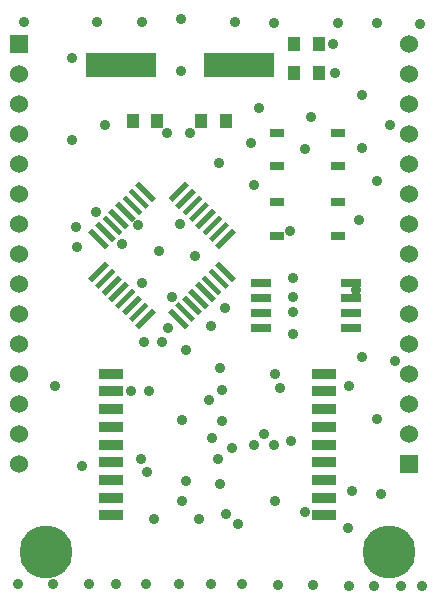
<source format=gts>
G04 (created by PCBNEW (2013-07-07 BZR 4022)-stable) date 2015/10/29 19:57:24*
%MOIN*%
G04 Gerber Fmt 3.4, Leading zero omitted, Abs format*
%FSLAX34Y34*%
G01*
G70*
G90*
G04 APERTURE LIST*
%ADD10C,0.00590551*%
%ADD11R,0.23622X0.0787402*%
%ADD12R,0.06X0.06*%
%ADD13C,0.06*%
%ADD14R,0.0708661X0.0299213*%
%ADD15R,0.0393701X0.045*%
%ADD16R,0.0787402X0.0354331*%
%ADD17R,0.0472441X0.0275591*%
%ADD18C,0.177165*%
%ADD19C,0.035*%
G04 APERTURE END LIST*
G54D10*
G54D11*
X21377Y-13700D03*
X25314Y-13700D03*
G54D10*
G36*
X20301Y-19255D02*
X20426Y-19130D01*
X20983Y-19687D01*
X20858Y-19812D01*
X20301Y-19255D01*
X20301Y-19255D01*
G37*
G36*
X20524Y-19033D02*
X20649Y-18907D01*
X21205Y-19464D01*
X21080Y-19589D01*
X20524Y-19033D01*
X20524Y-19033D01*
G37*
G36*
X20747Y-18810D02*
X20872Y-18685D01*
X21428Y-19241D01*
X21303Y-19366D01*
X20747Y-18810D01*
X20747Y-18810D01*
G37*
G36*
X20969Y-18587D02*
X21094Y-18462D01*
X21651Y-19019D01*
X21526Y-19144D01*
X20969Y-18587D01*
X20969Y-18587D01*
G37*
G36*
X21192Y-18364D02*
X21317Y-18239D01*
X21874Y-18796D01*
X21748Y-18921D01*
X21192Y-18364D01*
X21192Y-18364D01*
G37*
G36*
X21415Y-18142D02*
X21540Y-18017D01*
X22096Y-18573D01*
X21971Y-18698D01*
X21415Y-18142D01*
X21415Y-18142D01*
G37*
G36*
X21637Y-17919D02*
X21763Y-17794D01*
X22319Y-18350D01*
X22194Y-18475D01*
X21637Y-17919D01*
X21637Y-17919D01*
G37*
G36*
X21860Y-17696D02*
X21985Y-17571D01*
X22542Y-18128D01*
X22417Y-18253D01*
X21860Y-17696D01*
X21860Y-17696D01*
G37*
G36*
X24522Y-20361D02*
X24647Y-20235D01*
X25203Y-20792D01*
X25078Y-20917D01*
X24522Y-20361D01*
X24522Y-20361D01*
G37*
G36*
X22959Y-21923D02*
X23084Y-21798D01*
X23641Y-22355D01*
X23516Y-22480D01*
X22959Y-21923D01*
X22959Y-21923D01*
G37*
G36*
X23185Y-21697D02*
X23310Y-21572D01*
X23867Y-22128D01*
X23742Y-22254D01*
X23185Y-21697D01*
X23185Y-21697D01*
G37*
G36*
X23412Y-21471D02*
X23537Y-21346D01*
X24093Y-21902D01*
X23968Y-22027D01*
X23412Y-21471D01*
X23412Y-21471D01*
G37*
G36*
X23631Y-21252D02*
X23756Y-21126D01*
X24312Y-21683D01*
X24187Y-21808D01*
X23631Y-21252D01*
X23631Y-21252D01*
G37*
G36*
X23857Y-21025D02*
X23982Y-20900D01*
X24539Y-21457D01*
X24414Y-21582D01*
X23857Y-21025D01*
X23857Y-21025D01*
G37*
G36*
X24076Y-20806D02*
X24201Y-20681D01*
X24758Y-21237D01*
X24633Y-21363D01*
X24076Y-20806D01*
X24076Y-20806D01*
G37*
G36*
X24303Y-20580D02*
X24428Y-20455D01*
X24984Y-21011D01*
X24859Y-21136D01*
X24303Y-20580D01*
X24303Y-20580D01*
G37*
G36*
X22972Y-18125D02*
X23528Y-17568D01*
X23653Y-17693D01*
X23097Y-18250D01*
X22972Y-18125D01*
X22972Y-18125D01*
G37*
G36*
X23194Y-18347D02*
X23750Y-17790D01*
X23875Y-17915D01*
X23319Y-18472D01*
X23194Y-18347D01*
X23194Y-18347D01*
G37*
G36*
X23417Y-18570D02*
X23974Y-18014D01*
X24099Y-18139D01*
X23542Y-18695D01*
X23417Y-18570D01*
X23417Y-18570D01*
G37*
G36*
X23639Y-18792D02*
X24196Y-18236D01*
X24321Y-18361D01*
X23764Y-18917D01*
X23639Y-18792D01*
X23639Y-18792D01*
G37*
G36*
X23863Y-19016D02*
X24419Y-18459D01*
X24544Y-18584D01*
X23988Y-19141D01*
X23863Y-19016D01*
X23863Y-19016D01*
G37*
G36*
X24085Y-19238D02*
X24641Y-18681D01*
X24766Y-18806D01*
X24210Y-19363D01*
X24085Y-19238D01*
X24085Y-19238D01*
G37*
G36*
X24308Y-19461D02*
X24865Y-18905D01*
X24990Y-19030D01*
X24433Y-19586D01*
X24308Y-19461D01*
X24308Y-19461D01*
G37*
G36*
X24530Y-19683D02*
X25087Y-19127D01*
X25212Y-19252D01*
X24655Y-19808D01*
X24530Y-19683D01*
X24530Y-19683D01*
G37*
G36*
X20300Y-20799D02*
X20857Y-20243D01*
X20982Y-20368D01*
X20425Y-20924D01*
X20300Y-20799D01*
X20300Y-20799D01*
G37*
G36*
X20520Y-21018D02*
X21076Y-20462D01*
X21201Y-20587D01*
X20645Y-21143D01*
X20520Y-21018D01*
X20520Y-21018D01*
G37*
G36*
X20746Y-21244D02*
X21302Y-20688D01*
X21427Y-20813D01*
X20871Y-21370D01*
X20746Y-21244D01*
X20746Y-21244D01*
G37*
G36*
X20965Y-21464D02*
X21522Y-20907D01*
X21647Y-21032D01*
X21090Y-21589D01*
X20965Y-21464D01*
X20965Y-21464D01*
G37*
G36*
X21184Y-21683D02*
X21741Y-21126D01*
X21866Y-21252D01*
X21309Y-21808D01*
X21184Y-21683D01*
X21184Y-21683D01*
G37*
G36*
X21410Y-21909D02*
X21967Y-21353D01*
X22092Y-21478D01*
X21536Y-22034D01*
X21410Y-21909D01*
X21410Y-21909D01*
G37*
G36*
X21637Y-22135D02*
X22193Y-21579D01*
X22318Y-21704D01*
X21762Y-22261D01*
X21637Y-22135D01*
X21637Y-22135D01*
G37*
G36*
X21863Y-22362D02*
X22420Y-21805D01*
X22545Y-21930D01*
X21988Y-22487D01*
X21863Y-22362D01*
X21863Y-22362D01*
G37*
G54D12*
X31000Y-27000D03*
G54D13*
X31000Y-26000D03*
X31000Y-25000D03*
X31000Y-24000D03*
X31000Y-23000D03*
X31000Y-22000D03*
X31000Y-21000D03*
X31000Y-20000D03*
X31000Y-19000D03*
X31000Y-18000D03*
X31000Y-17000D03*
X31000Y-16000D03*
X31000Y-15000D03*
X31000Y-14000D03*
X31000Y-13000D03*
G54D12*
X18000Y-13000D03*
G54D13*
X18000Y-14000D03*
X18000Y-15000D03*
X18000Y-16000D03*
X18000Y-17000D03*
X18000Y-18000D03*
X18000Y-19000D03*
X18000Y-20000D03*
X18000Y-21000D03*
X18000Y-22000D03*
X18000Y-23000D03*
X18000Y-24000D03*
X18000Y-25000D03*
X18000Y-26000D03*
X18000Y-27000D03*
G54D14*
X26059Y-20944D03*
X26059Y-21444D03*
X26059Y-21944D03*
X26059Y-22444D03*
X29059Y-20944D03*
X29059Y-21444D03*
X29059Y-21944D03*
X29059Y-22444D03*
G54D15*
X27992Y-13937D03*
X27165Y-13937D03*
X22598Y-15551D03*
X21771Y-15551D03*
X24055Y-15551D03*
X24881Y-15551D03*
X27992Y-12992D03*
X27165Y-12992D03*
G54D16*
X21062Y-23976D03*
X21062Y-24566D03*
X21062Y-25157D03*
X21062Y-25748D03*
X21062Y-26338D03*
X21062Y-26929D03*
X21062Y-27519D03*
X21062Y-28110D03*
X21062Y-28700D03*
X28149Y-28700D03*
X28149Y-28110D03*
X28149Y-27519D03*
X28149Y-26929D03*
X28149Y-26338D03*
X28149Y-25748D03*
X28149Y-25157D03*
X28149Y-24566D03*
X28149Y-23976D03*
G54D17*
X26574Y-15944D03*
X28622Y-15944D03*
X26574Y-17047D03*
X28622Y-17047D03*
X28622Y-19370D03*
X26574Y-19370D03*
X28622Y-18267D03*
X26574Y-18267D03*
G54D18*
X30314Y-29921D03*
X18897Y-29921D03*
G54D19*
X23976Y-28818D03*
X25275Y-28976D03*
X22480Y-28818D03*
X30511Y-23543D03*
X29409Y-23425D03*
X30039Y-27992D03*
X27519Y-28582D03*
X24763Y-24527D03*
X24763Y-25551D03*
X25078Y-26456D03*
X26535Y-28228D03*
X23543Y-27559D03*
X22952Y-22440D03*
X22165Y-22913D03*
X23070Y-21417D03*
X23543Y-23188D03*
X23858Y-20039D03*
X22637Y-19881D03*
X27716Y-15433D03*
X30354Y-15669D03*
X24645Y-16968D03*
X25708Y-16299D03*
X21417Y-19645D03*
X21968Y-19015D03*
X29330Y-18858D03*
X24370Y-22401D03*
X29921Y-17559D03*
X24842Y-21771D03*
X22322Y-24566D03*
X21732Y-24566D03*
X19763Y-13464D03*
X19763Y-16181D03*
X24685Y-27637D03*
X28937Y-29133D03*
X24409Y-26102D03*
X29921Y-25472D03*
X29409Y-14685D03*
X29409Y-16456D03*
X19173Y-24370D03*
X24881Y-28661D03*
X23425Y-28228D03*
X31417Y-31062D03*
X30708Y-31062D03*
X29803Y-31062D03*
X17952Y-30984D03*
X19133Y-30984D03*
X31338Y-12322D03*
X29921Y-12283D03*
X28622Y-12283D03*
X26496Y-12283D03*
X25196Y-12244D03*
X23385Y-12165D03*
X23385Y-13897D03*
X18149Y-12244D03*
X20590Y-12244D03*
X22086Y-12244D03*
X28976Y-31062D03*
X27795Y-31023D03*
X26614Y-31023D03*
X25433Y-30984D03*
X24370Y-30984D03*
X23307Y-30984D03*
X22204Y-30984D03*
X21220Y-30984D03*
X20314Y-30984D03*
X20078Y-27047D03*
X28976Y-24370D03*
X29212Y-21181D03*
X26496Y-26338D03*
X25826Y-26338D03*
X24606Y-26811D03*
X25984Y-15118D03*
X20866Y-15669D03*
X29094Y-27874D03*
X27519Y-16496D03*
X25826Y-17677D03*
X19921Y-19763D03*
X23425Y-25511D03*
X22244Y-27244D03*
X24685Y-23779D03*
X24330Y-24842D03*
X22086Y-20944D03*
X23346Y-18976D03*
X22047Y-26811D03*
X22755Y-22913D03*
X27007Y-19212D03*
X28503Y-13937D03*
X28464Y-12992D03*
X26692Y-24448D03*
X27125Y-21417D03*
X26141Y-25984D03*
X27125Y-21929D03*
X27047Y-26220D03*
X27125Y-22637D03*
X20551Y-18582D03*
X23700Y-15944D03*
X22913Y-15944D03*
X19881Y-19094D03*
X26535Y-23976D03*
X27125Y-20787D03*
M02*

</source>
